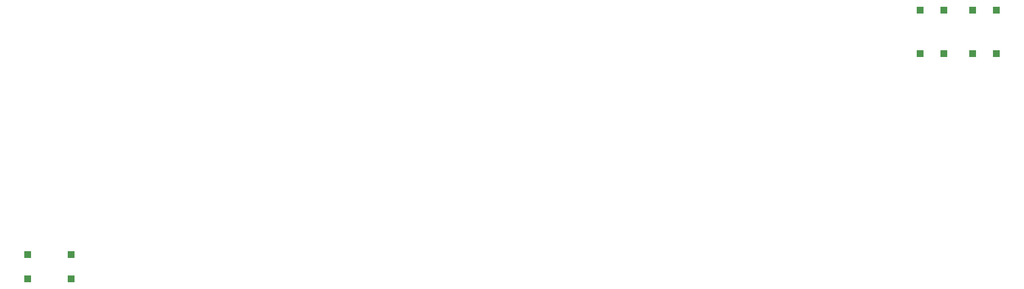
<source format=gtp>
%FSLAX25Y25*%
%MOIN*%
G70*
G01*
G75*
G04 Layer_Color=8421504*
%ADD10R,0.03937X0.03937*%
%ADD11R,0.03937X0.03937*%
%ADD12R,0.03937X0.03937*%
%ADD13R,0.03937X0.03937*%
%ADD14C,0.01000*%
%ADD15C,0.02000*%
%ADD16C,0.06000*%
%ADD17C,0.07000*%
%ADD18C,0.05000*%
%ADD19C,0.02500*%
%ADD20C,0.04000*%
%ADD21C,0.03000*%
%ADD22C,0.07087*%
%ADD23C,0.06300*%
%ADD24C,0.06000*%
%ADD25R,0.06000X0.06000*%
%ADD26C,0.05512*%
%ADD27C,0.08661*%
%ADD28C,0.02500*%
%ADD29C,0.05000*%
%ADD30R,0.05000X0.06000*%
%ADD31R,0.05709X0.02756*%
%ADD32R,0.15748X0.15748*%
%ADD33R,0.08071X0.08858*%
%ADD34R,0.04213X0.11811*%
%ADD35R,0.06000X0.05000*%
%ADD36R,0.08858X0.08071*%
%ADD37R,0.27559X0.37008*%
%ADD38R,0.02362X0.04299*%
%ADD39O,0.02400X0.07400*%
%ADD40R,0.15748X0.06000*%
%ADD41R,0.11811X0.23622*%
%ADD42R,0.04299X0.02362*%
%ADD43O,0.02400X0.07600*%
%ADD44R,0.02400X0.07600*%
%ADD45C,0.00500*%
%ADD46C,0.02362*%
%ADD47C,0.00787*%
%ADD48C,0.00984*%
%ADD49C,0.00600*%
%ADD50C,0.00200*%
%ADD51C,0.00800*%
%ADD52R,0.00446X0.00990*%
%ADD53R,0.00900X0.00700*%
%ADD54C,0.00400*%
%ADD55C,0.01500*%
D10*
X725580Y177457D02*
D03*
Y203047D02*
D03*
X756579Y177457D02*
D03*
Y203047D02*
D03*
D11*
X739753Y177457D02*
D03*
Y203047D02*
D03*
X770753Y177457D02*
D03*
Y203047D02*
D03*
D12*
X224280Y44457D02*
D03*
X198689D02*
D03*
D13*
X224280Y58630D02*
D03*
X198689D02*
D03*
M02*

</source>
